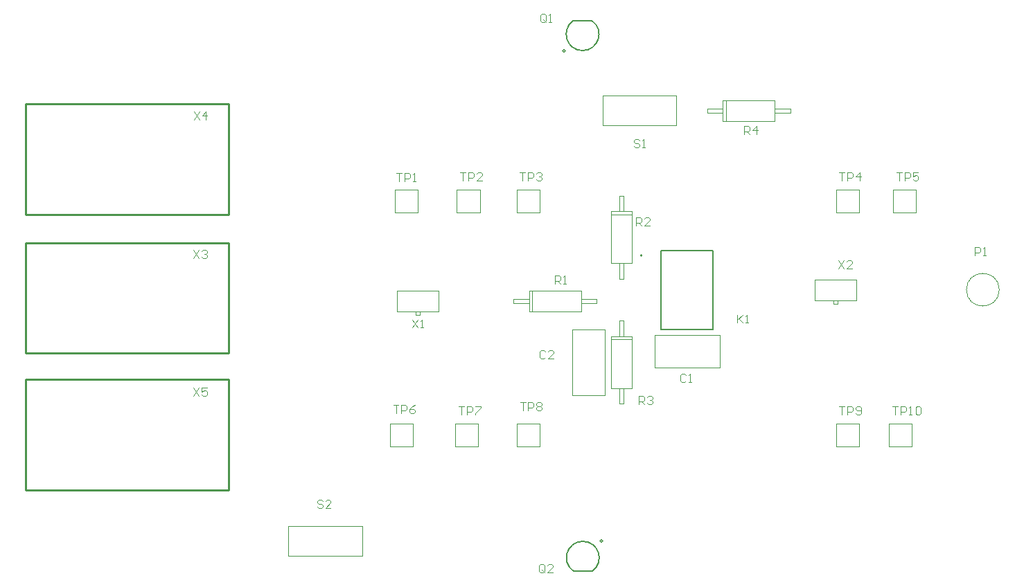
<source format=gbr>
G04*
G04 #@! TF.GenerationSoftware,Altium Limited,Altium Designer,24.1.2 (44)*
G04*
G04 Layer_Color=16711935*
%FSLAX44Y44*%
%MOMM*%
G71*
G04*
G04 #@! TF.SameCoordinates,C4B2C0E0-4E9B-487C-9046-04FF2B3DFFC7*
G04*
G04*
G04 #@! TF.FilePolarity,Positive*
G04*
G01*
G75*
%ADD10C,0.2000*%
%ADD11C,0.1270*%
%ADD12C,0.0500*%
%ADD13C,0.1000*%
%ADD18C,0.2540*%
D10*
X700112Y699890D02*
G03*
X700112Y699890I-1432J0D01*
G01*
X745752Y100360D02*
G03*
X745752Y100360I-1432J0D01*
G01*
X794000Y449500D02*
G03*
X794000Y449500I-1000J0D01*
G01*
D11*
X709882Y736650D02*
G03*
X732840Y736650I11479J-16393D01*
G01*
X733118Y63600D02*
G03*
X710161Y63600I-11479J16393D01*
G01*
X709740Y736550D02*
X732940D01*
X710060Y63700D02*
X733260D01*
X880500Y359300D02*
Y455200D01*
X817000Y359300D02*
Y455200D01*
Y359300D02*
X880500D01*
X817000Y455200D02*
X880500D01*
D12*
X746000Y645250D02*
X836000D01*
X746000Y608750D02*
X836000D01*
X746000D02*
Y645250D01*
X836000Y608750D02*
Y645250D01*
X362000Y118750D02*
X452000D01*
X362000Y82250D02*
X452000D01*
X362000D02*
Y118750D01*
X452000Y82250D02*
Y118750D01*
D13*
X1230500Y407750D02*
G03*
X1230500Y407750I-20000J0D01*
G01*
X748500Y279000D02*
Y319000D01*
X708500Y279000D02*
Y359000D01*
X748500D01*
Y319000D02*
Y359000D01*
X708500Y279000D02*
X748500D01*
X522290Y377240D02*
Y381050D01*
X517210Y377240D02*
X522290D01*
X517210D02*
Y381050D01*
X545150D02*
Y406450D01*
X494350Y381050D02*
X545150D01*
X494350D02*
Y406450D01*
X545150D01*
X756300Y346940D02*
X781700D01*
X756300Y350699D02*
X781700D01*
X756300Y287301D02*
X781700D01*
X766460Y369800D02*
X771540D01*
X766460Y268200D02*
X771540D01*
X781700Y287301D02*
Y350699D01*
X756300Y287301D02*
Y350699D01*
X771540Y350750D02*
Y369800D01*
Y268200D02*
Y287250D01*
X766460Y350750D02*
Y369800D01*
Y268200D02*
Y287250D01*
X1005100Y419950D02*
X1055900D01*
X1005100Y394550D02*
Y419950D01*
Y394550D02*
X1055900D01*
Y419950D01*
X1027960Y390740D02*
Y394550D01*
Y390740D02*
X1033040D01*
Y394550D01*
X640745Y502249D02*
Y530249D01*
X668745Y502249D02*
Y530249D01*
X640745D02*
X668745D01*
X640745Y502249D02*
X668745D01*
X567750Y502250D02*
Y530250D01*
X595750Y502250D02*
Y530250D01*
X567750D02*
X595750D01*
X567750Y502250D02*
X595750D01*
X491745Y502249D02*
Y530249D01*
X519745Y502249D02*
Y530249D01*
X491745D02*
X519745D01*
X491745Y502249D02*
X519745D01*
X641000Y216000D02*
Y244000D01*
X669000Y216000D02*
Y244000D01*
X641000D02*
X669000D01*
X641000Y216000D02*
X669000D01*
X566000D02*
Y244000D01*
X594000Y216000D02*
Y244000D01*
X566000D02*
X594000D01*
X566000Y216000D02*
X594000D01*
X486000D02*
Y244000D01*
X514000Y216000D02*
Y244000D01*
X486000D02*
X514000D01*
X486000Y216000D02*
X514000D01*
X1101000Y502250D02*
Y530250D01*
X1129000Y502250D02*
Y530250D01*
X1101000D02*
X1129000D01*
X1101000Y502250D02*
X1129000D01*
X1031000D02*
Y530250D01*
X1059000Y502250D02*
Y530250D01*
X1031000D02*
X1059000D01*
X1031000Y502250D02*
X1059000D01*
X1031000Y216000D02*
Y244000D01*
X1059000Y216000D02*
Y244000D01*
X1031000D02*
X1059000D01*
X1031000Y216000D02*
X1059000D01*
X1096000D02*
X1124000D01*
X1096000Y244000D02*
X1124000D01*
X1096000Y216000D02*
Y244000D01*
X1124000Y216000D02*
Y244000D01*
X719500Y390960D02*
X738550D01*
X636950D02*
X656000D01*
X719500Y396040D02*
X738550D01*
X636950D02*
X656000D01*
X656051Y380800D02*
X719449D01*
X656051Y406200D02*
X719449D01*
X738550Y390960D02*
Y396040D01*
X636950Y390960D02*
Y396040D01*
X719449Y380800D02*
Y406200D01*
X656051Y380800D02*
Y406200D01*
X659810Y380800D02*
Y406200D01*
X765960Y421200D02*
Y440250D01*
Y503750D02*
Y522800D01*
X771040Y421200D02*
Y440250D01*
Y503750D02*
Y522800D01*
X755800Y440301D02*
Y503699D01*
X781200Y440301D02*
Y503699D01*
X765960Y421200D02*
X771040D01*
X765960Y522800D02*
X771040D01*
X755800Y440301D02*
X781200D01*
X755800Y503699D02*
X781200D01*
X755800Y499940D02*
X781200D01*
X956250Y623960D02*
X975300D01*
X873700D02*
X892750D01*
X956250Y629040D02*
X975300D01*
X873700D02*
X892750D01*
X892801Y613800D02*
X956199D01*
X892801Y639200D02*
X956199D01*
X975300Y623960D02*
Y629040D01*
X873700Y623960D02*
Y629040D01*
X956199Y613800D02*
Y639200D01*
X892801Y613800D02*
Y639200D01*
X896560Y613800D02*
Y639200D01*
X809250Y312250D02*
Y352250D01*
X849250Y312250D02*
X889250D01*
Y352250D01*
X809250D02*
X889250D01*
X809250Y312250D02*
X849250D01*
X910250Y377247D02*
Y367250D01*
Y370582D01*
X916915Y377247D01*
X911916Y372248D01*
X916915Y367250D01*
X920247D02*
X923579D01*
X921913D01*
Y377247D01*
X920247Y375581D01*
X675665Y331831D02*
X673998Y333497D01*
X670666D01*
X669000Y331831D01*
Y325166D01*
X670666Y323500D01*
X673998D01*
X675665Y325166D01*
X685661Y323500D02*
X678997D01*
X685661Y330164D01*
Y331831D01*
X683995Y333497D01*
X680663D01*
X678997Y331831D01*
X676665Y736416D02*
Y743081D01*
X674998Y744747D01*
X671666D01*
X670000Y743081D01*
Y736416D01*
X671666Y734750D01*
X674998D01*
X673332Y738082D02*
X676665Y734750D01*
X674998D02*
X676665Y736416D01*
X679997Y734750D02*
X683329D01*
X681663D01*
Y744747D01*
X679997Y743081D01*
X675164Y63386D02*
Y70051D01*
X673498Y71717D01*
X670166D01*
X668500Y70051D01*
Y63386D01*
X670166Y61720D01*
X673498D01*
X671832Y65052D02*
X675164Y61720D01*
X673498D02*
X675164Y63386D01*
X685161Y61720D02*
X678497D01*
X685161Y68384D01*
Y70051D01*
X683495Y71717D01*
X680163D01*
X678497Y70051D01*
X513500Y371247D02*
X520164Y361250D01*
Y371247D02*
X513500Y361250D01*
X523497D02*
X526829D01*
X525163D01*
Y371247D01*
X523497Y369581D01*
X791164Y590081D02*
X789498Y591747D01*
X786166D01*
X784500Y590081D01*
Y588414D01*
X786166Y586748D01*
X789498D01*
X791164Y585082D01*
Y583416D01*
X789498Y581750D01*
X786166D01*
X784500Y583416D01*
X794497Y581750D02*
X797829D01*
X796163D01*
Y591747D01*
X794497Y590081D01*
X403665Y148831D02*
X401998Y150497D01*
X398666D01*
X397000Y148831D01*
Y147164D01*
X398666Y145498D01*
X401998D01*
X403665Y143832D01*
Y142166D01*
X401998Y140500D01*
X398666D01*
X397000Y142166D01*
X413661Y140500D02*
X406997D01*
X413661Y147164D01*
Y148831D01*
X411995Y150497D01*
X408663D01*
X406997Y148831D01*
X246000Y287747D02*
X252665Y277750D01*
Y287747D02*
X246000Y277750D01*
X262661Y287747D02*
X255997D01*
Y282748D01*
X259329Y284415D01*
X260995D01*
X262661Y282748D01*
Y279416D01*
X260995Y277750D01*
X257663D01*
X255997Y279416D01*
X246250Y625497D02*
X252915Y615500D01*
Y625497D02*
X246250Y615500D01*
X261245D02*
Y625497D01*
X256247Y620498D01*
X262911D01*
X246000Y456247D02*
X252665Y446250D01*
Y456247D02*
X246000Y446250D01*
X255997Y454581D02*
X257663Y456247D01*
X260995D01*
X262661Y454581D01*
Y452915D01*
X260995Y451248D01*
X259329D01*
X260995D01*
X262661Y449582D01*
Y447916D01*
X260995Y446250D01*
X257663D01*
X255997Y447916D01*
X1200500Y449750D02*
Y459747D01*
X1205498D01*
X1207165Y458081D01*
Y454748D01*
X1205498Y453082D01*
X1200500D01*
X1210497Y449750D02*
X1213829D01*
X1212163D01*
Y459747D01*
X1210497Y458081D01*
X790250Y268000D02*
Y277997D01*
X795248D01*
X796915Y276331D01*
Y272998D01*
X795248Y271332D01*
X790250D01*
X793582D02*
X796915Y268000D01*
X800247Y276331D02*
X801913Y277997D01*
X805245D01*
X806911Y276331D01*
Y274664D01*
X805245Y272998D01*
X803579D01*
X805245D01*
X806911Y271332D01*
Y269666D01*
X805245Y268000D01*
X801913D01*
X800247Y269666D01*
X1034000Y443747D02*
X1040665Y433750D01*
Y443747D02*
X1034000Y433750D01*
X1050661D02*
X1043997D01*
X1050661Y440415D01*
Y442081D01*
X1048995Y443747D01*
X1045663D01*
X1043997Y442081D01*
X644750Y551247D02*
X651414D01*
X648082D01*
Y541250D01*
X654747D02*
Y551247D01*
X659745D01*
X661411Y549581D01*
Y546248D01*
X659745Y544582D01*
X654747D01*
X664744Y549581D02*
X666410Y551247D01*
X669742D01*
X671408Y549581D01*
Y547915D01*
X669742Y546248D01*
X668076D01*
X669742D01*
X671408Y544582D01*
Y542916D01*
X669742Y541250D01*
X666410D01*
X664744Y542916D01*
X571750Y551247D02*
X578414D01*
X575082D01*
Y541250D01*
X581747D02*
Y551247D01*
X586745D01*
X588411Y549581D01*
Y546248D01*
X586745Y544582D01*
X581747D01*
X598408Y541250D02*
X591744D01*
X598408Y547915D01*
Y549581D01*
X596742Y551247D01*
X593410D01*
X591744Y549581D01*
X493750Y550247D02*
X500415D01*
X497082D01*
Y540250D01*
X503747D02*
Y550247D01*
X508745D01*
X510411Y548581D01*
Y545248D01*
X508745Y543582D01*
X503747D01*
X513744Y540250D02*
X517076D01*
X515410D01*
Y550247D01*
X513744Y548581D01*
X645000Y269997D02*
X651665D01*
X648332D01*
Y260000D01*
X654997D02*
Y269997D01*
X659995D01*
X661661Y268331D01*
Y264998D01*
X659995Y263332D01*
X654997D01*
X664994Y268331D02*
X666660Y269997D01*
X669992D01*
X671658Y268331D01*
Y266665D01*
X669992Y264998D01*
X671658Y263332D01*
Y261666D01*
X669992Y260000D01*
X666660D01*
X664994Y261666D01*
Y263332D01*
X666660Y264998D01*
X664994Y266665D01*
Y268331D01*
X666660Y264998D02*
X669992D01*
X570000Y264997D02*
X576665D01*
X573332D01*
Y255000D01*
X579997D02*
Y264997D01*
X584995D01*
X586661Y263331D01*
Y259998D01*
X584995Y258332D01*
X579997D01*
X589994Y264997D02*
X596658D01*
Y263331D01*
X589994Y256666D01*
Y255000D01*
X490000Y266997D02*
X496665D01*
X493332D01*
Y257000D01*
X499997D02*
Y266997D01*
X504995D01*
X506661Y265331D01*
Y261998D01*
X504995Y260332D01*
X499997D01*
X516658Y266997D02*
X513326Y265331D01*
X509994Y261998D01*
Y258666D01*
X511660Y257000D01*
X514992D01*
X516658Y258666D01*
Y260332D01*
X514992Y261998D01*
X509994D01*
X1105000Y551247D02*
X1111665D01*
X1108332D01*
Y541250D01*
X1114997D02*
Y551247D01*
X1119995D01*
X1121661Y549581D01*
Y546248D01*
X1119995Y544582D01*
X1114997D01*
X1131658Y551247D02*
X1124994D01*
Y546248D01*
X1128326Y547915D01*
X1129992D01*
X1131658Y546248D01*
Y542916D01*
X1129992Y541250D01*
X1126660D01*
X1124994Y542916D01*
X1035000Y551247D02*
X1041665D01*
X1038332D01*
Y541250D01*
X1044997D02*
Y551247D01*
X1049995D01*
X1051661Y549581D01*
Y546248D01*
X1049995Y544582D01*
X1044997D01*
X1059992Y541250D02*
Y551247D01*
X1054994Y546248D01*
X1061658D01*
X1035000Y264997D02*
X1041665D01*
X1038332D01*
Y255000D01*
X1044997D02*
Y264997D01*
X1049995D01*
X1051661Y263331D01*
Y259998D01*
X1049995Y258332D01*
X1044997D01*
X1054994Y256666D02*
X1056660Y255000D01*
X1059992D01*
X1061658Y256666D01*
Y263331D01*
X1059992Y264997D01*
X1056660D01*
X1054994Y263331D01*
Y261665D01*
X1056660Y259998D01*
X1061658D01*
X1100000Y264997D02*
X1106665D01*
X1103332D01*
Y255000D01*
X1109997D02*
Y264997D01*
X1114995D01*
X1116661Y263331D01*
Y259998D01*
X1114995Y258332D01*
X1109997D01*
X1119994Y255000D02*
X1123326D01*
X1121660D01*
Y264997D01*
X1119994Y263331D01*
X1128324D02*
X1129990Y264997D01*
X1133323D01*
X1134989Y263331D01*
Y256666D01*
X1133323Y255000D01*
X1129990D01*
X1128324Y256666D01*
Y263331D01*
X687750Y414750D02*
Y424747D01*
X692748D01*
X694415Y423081D01*
Y419748D01*
X692748Y418082D01*
X687750D01*
X691082D02*
X694415Y414750D01*
X697747D02*
X701079D01*
X699413D01*
Y424747D01*
X697747Y423081D01*
X786750Y486250D02*
Y496247D01*
X791748D01*
X793415Y494581D01*
Y491248D01*
X791748Y489582D01*
X786750D01*
X790082D02*
X793415Y486250D01*
X803411D02*
X796747D01*
X803411Y492915D01*
Y494581D01*
X801745Y496247D01*
X798413D01*
X796747Y494581D01*
X919000Y598000D02*
Y607997D01*
X923998D01*
X925665Y606331D01*
Y602998D01*
X923998Y601332D01*
X919000D01*
X922332D02*
X925665Y598000D01*
X933995D02*
Y607997D01*
X928997Y602998D01*
X935661D01*
X847414Y303081D02*
X845748Y304747D01*
X842416D01*
X840750Y303081D01*
Y296416D01*
X842416Y294750D01*
X845748D01*
X847414Y296416D01*
X850747Y294750D02*
X854079D01*
X852413D01*
Y304747D01*
X850747Y303081D01*
D18*
X40750Y162750D02*
X288750D01*
X40750D02*
Y297750D01*
X288750D01*
Y162750D02*
Y297750D01*
X40500Y500000D02*
X288500D01*
X40500D02*
Y635000D01*
X288500D01*
Y500000D02*
Y635000D01*
X40500Y330000D02*
X288500D01*
X40500D02*
Y465000D01*
X288500D01*
Y330000D02*
Y465000D01*
M02*

</source>
